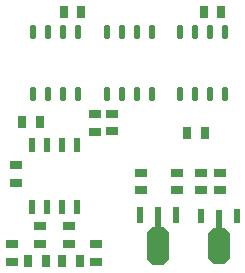
<source format=gbr>
%TF.GenerationSoftware,Altium Limited,Altium Designer,22.10.1 (41)*%
G04 Layer_Color=8421504*
%FSLAX45Y45*%
%MOMM*%
%TF.SameCoordinates,31040185-1CDC-4878-9C2F-C35C27A90F04*%
%TF.FilePolarity,Positive*%
%TF.FileFunction,Paste,Top*%
%TF.Part,Single*%
G01*
G75*
%TA.AperFunction,SMDPad,CuDef*%
%ADD10O,0.55000X1.25000*%
%ADD11R,0.80000X1.00000*%
G04:AMPARAMS|DCode=12|XSize=0.55mm|YSize=1.25mm|CornerRadius=0.0495mm|HoleSize=0mm|Usage=FLASHONLY|Rotation=180.000|XOffset=0mm|YOffset=0mm|HoleType=Round|Shape=RoundedRectangle|*
%AMROUNDEDRECTD12*
21,1,0.55000,1.15100,0,0,180.0*
21,1,0.45100,1.25000,0,0,180.0*
1,1,0.09900,-0.22550,0.57550*
1,1,0.09900,0.22550,0.57550*
1,1,0.09900,0.22550,-0.57550*
1,1,0.09900,-0.22550,-0.57550*
%
%ADD12ROUNDEDRECTD12*%
%ADD13R,1.00000X0.80000*%
%ADD14R,0.50000X1.20000*%
%ADD15R,0.50000X1.60000*%
G04:AMPARAMS|DCode=16|XSize=1.8mm|YSize=3mm|CornerRadius=0mm|HoleSize=0mm|Usage=FLASHONLY|Rotation=0.000|XOffset=0mm|YOffset=0mm|HoleType=Round|Shape=Octagon|*
%AMOCTAGOND16*
4,1,8,-0.45000,1.50000,0.45000,1.50000,0.90000,1.05000,0.90000,-1.05000,0.45000,-1.50000,-0.45000,-1.50000,-0.90000,-1.05000,-0.90000,1.05000,-0.45000,1.50000,0.0*
%
%ADD16OCTAGOND16*%

%ADD17R,0.60000X1.40000*%
%ADD18R,0.60000X1.80000*%
G04:AMPARAMS|DCode=19|XSize=1.9mm|YSize=3.2mm|CornerRadius=0mm|HoleSize=0mm|Usage=FLASHONLY|Rotation=0.000|XOffset=0mm|YOffset=0mm|HoleType=Round|Shape=Octagon|*
%AMOCTAGOND19*
4,1,8,-0.47500,1.60000,0.47500,1.60000,0.95000,1.12500,0.95000,-1.12500,0.47500,-1.60000,-0.47500,-1.60000,-0.95000,-1.12500,-0.95000,1.12500,-0.47500,1.60000,0.0*
%
%ADD19OCTAGOND19*%

D10*
X1629500Y2062500D02*
D03*
X1756500D02*
D03*
X1883500D02*
D03*
X2010500D02*
D03*
X1629500Y2587500D02*
D03*
X1756500D02*
D03*
X1883500D02*
D03*
X2010500D02*
D03*
X1390500D02*
D03*
X1263500D02*
D03*
X1136500D02*
D03*
X1009500D02*
D03*
X1390500Y2062500D02*
D03*
X1263500D02*
D03*
X1136500D02*
D03*
X1009500D02*
D03*
X384500Y2062500D02*
D03*
X511500D02*
D03*
X638500D02*
D03*
X765500D02*
D03*
X384500Y2587500D02*
D03*
X511500D02*
D03*
X638500D02*
D03*
X765500D02*
D03*
D11*
X1840000Y1730000D02*
D03*
X1690000D02*
D03*
X1830000Y2755000D02*
D03*
X1980000D02*
D03*
X630000Y650000D02*
D03*
X780000D02*
D03*
X345000D02*
D03*
X495000D02*
D03*
X440000Y1820000D02*
D03*
X290000D02*
D03*
X795000Y2755000D02*
D03*
X645000D02*
D03*
D12*
X379500Y1107500D02*
D03*
X506500D02*
D03*
X633500D02*
D03*
X760500D02*
D03*
X379500Y1632500D02*
D03*
X506500D02*
D03*
X633500D02*
D03*
X760500D02*
D03*
D13*
X205000Y640000D02*
D03*
Y790000D02*
D03*
X690000D02*
D03*
Y940000D02*
D03*
X440000Y790000D02*
D03*
Y940000D02*
D03*
X910000Y1890000D02*
D03*
Y1740000D02*
D03*
X920000Y790000D02*
D03*
Y640000D02*
D03*
X1055000Y1895000D02*
D03*
Y1745000D02*
D03*
X243313Y1305000D02*
D03*
Y1455000D02*
D03*
X1600000Y1395000D02*
D03*
Y1245000D02*
D03*
X1300000Y1395000D02*
D03*
Y1245000D02*
D03*
X1970000Y1395000D02*
D03*
Y1245000D02*
D03*
X1805000Y1395000D02*
D03*
Y1245000D02*
D03*
D14*
X2110000Y1025000D02*
D03*
X1810000D02*
D03*
D15*
X1960000Y1005000D02*
D03*
D16*
Y775000D02*
D03*
D17*
X1595000Y1040000D02*
D03*
X1295000D02*
D03*
D18*
X1445000Y1020000D02*
D03*
D19*
Y770000D02*
D03*
%TF.MD5,7f62c710bbf0fa5bfc8e74ab98634842*%
M02*

</source>
